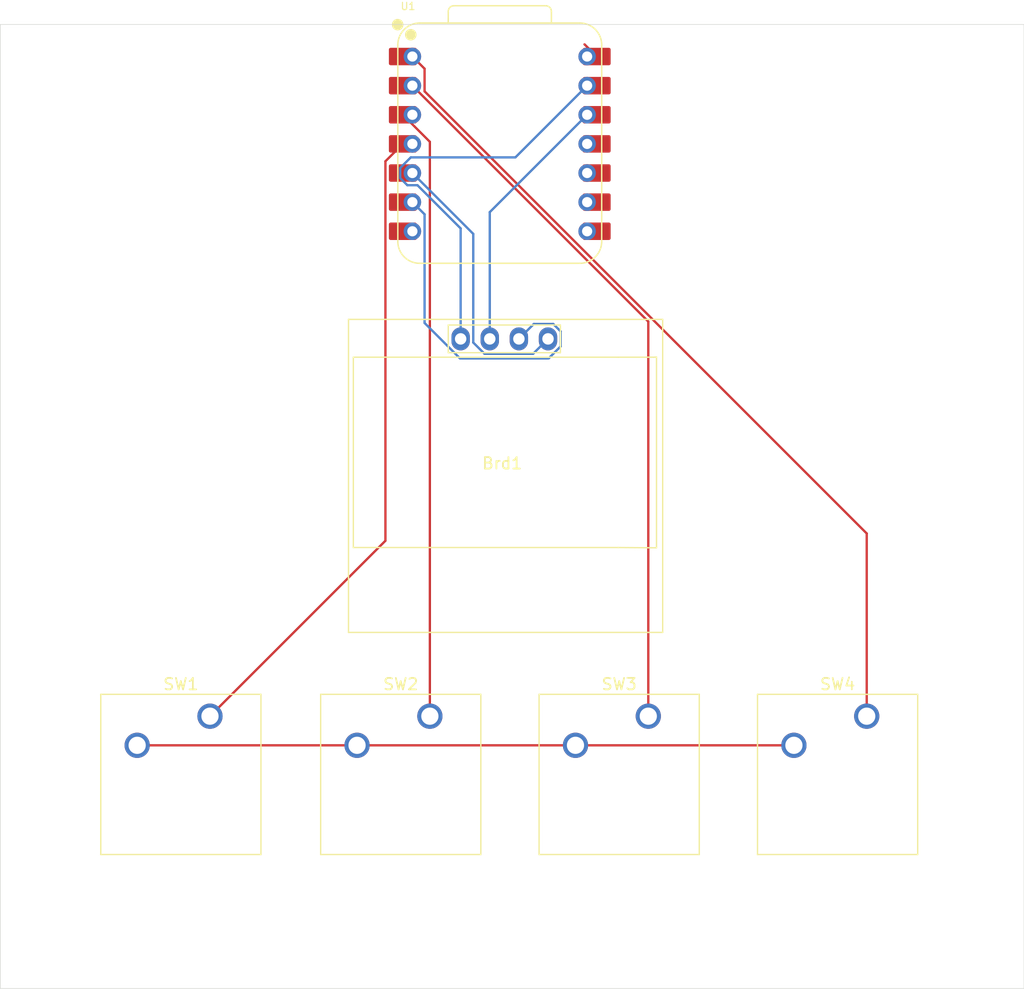
<source format=kicad_pcb>
(kicad_pcb (version 20241229) (generator "pcbnew") (generator_version "9.0")
  (layers (0 "F.Cu" signal) (2 "B.Cu" signal) (13 "F.Paste" user) (15 "B.Paste" user) (5 "F.SilkS" user "F.Silkscreen") (7 "B.SilkS" user "B.Silkscreen") (1 "F.Mask" user) (3 "B.Mask" user) (25 "Edge.Cuts" user))
  (net 0 "")
  (net 1 "Net-(Brd1-SDA)")
  (net 2 "Net-(Brd1-SCL)")
  (net 3 "Net-(Brd1-VCC)")
  (net 4 "Net-(Brd1-GND)")
  (net 9 "+5V")
  (net 10 "Net-(U1-GPIO3{slash}D2{slash}A2)")
  (net 11 "Net-(U1-GPIO1{slash}D0{slash}A0)")
  (net 12 "Net-(U1-GPIO2{slash}DA{slash}A1)")
  (net 13 "Net-(U1-GPIO4{slash}D3{slash}A3)")
  (net 14 "GND")
  (net 15 "Net-(D1-DIN)")
  (footprint "Button_Switch_Keyboard:SW_Cherry_MX_1.00u_PCB" (layer "F.Cu") (at 139.446 102.997)
    (property "Reference" "SW2" (at -2.54 -2.794 0) (layer "F.SilkS"))
    (property "Value" "SW_Push")
    (fp_line (start -9.525 -1.905) (end 4.445 -1.905) (stroke (width 0.12)) (layer "F.SilkS"))
    (fp_line (start -9.525 12.065) (end -9.525 -1.905) (stroke (width 0.12)) (layer "F.SilkS"))
    (fp_line (start 4.445 -1.905) (end 4.445 12.065) (stroke (width 0.12)) (layer "F.SilkS"))
    (fp_line (start 4.445 12.065) (end -9.525 12.065) (stroke (width 0.12)) (layer "F.SilkS"))
    (pad "" np_thru_hole circle (at -7.62 5.08) (size 1.7 1.7) (drill 1.7) (layers "*.Cu" "*.Mask"))
    (pad "" np_thru_hole circle (at -2.54 5.08) (size 4 4) (drill 4) (layers "*.Cu" "*.Mask"))
    (pad "" np_thru_hole circle (at 2.54 5.08) (size 1.7 1.7) (drill 1.7) (layers "*.Cu" "*.Mask"))
    (pad "1" thru_hole circle (at 0 0) (size 2.2 2.2) (drill 1.5) (layers "*.Cu" "*.Mask") (net 10 "Net-(U1-GPIO3{slash}D2{slash}A2)"))
    (pad "2" thru_hole circle (at -6.35 2.54) (size 2.2 2.2) (drill 1.5) (layers "*.Cu" "*.Mask") (net 14 "GND"))
  )
  (footprint "Seeed Studio XIAO Series Library:XIAO-ESP32S3-DIP" (layer "F.Cu") (at 145.542 53.086)
    (property "Reference" "U1" (at -8 -12 0) (layer "F.SilkS") (effects (font (size 0.635 0.635) (thickness 0.1016))))
    (property "Value" "XIAO-ESP32-S3-DIP")
    (fp_line (start -8.89 8.509) (end -8.89 -8.636) (stroke (width 0.127)) (layer "F.SilkS"))
    (fp_line (start -6.985 10.414) (end 6.985 10.414) (stroke (width 0.127)) (layer "F.SilkS"))
    (fp_line (start -4.495 -10.541) (end -4.491272 -11.551272) (stroke (width 0.127)) (layer "F.SilkS"))
    (fp_line (start -3.991272 -12.051) (end 4.004 -12.051) (stroke (width 0.127)) (layer "F.SilkS"))
    (fp_line (start 4.504 -11.551) (end 4.504 -10.541) (stroke (width 0.127)) (layer "F.SilkS"))
    (fp_line (start 6.985 -10.541) (end -6.985 -10.541) (stroke (width 0.1)) (layer "F.SilkS"))
    (fp_line (start 6.985 -10.541) (end -6.985 -10.541) (stroke (width 0.127)) (layer "F.SilkS"))
    (fp_line (start 8.89 8.509) (end 8.89 -8.636) (stroke (width 0.127)) (layer "F.SilkS"))
    (fp_arc (start -8.89 -8.636) (mid -8.332038 -9.983038) (end -6.985 -10.541) (stroke (width 0.127)) (layer "F.SilkS"))
    (fp_arc (start -6.985 10.414) (mid -8.332038 9.856038) (end -8.89 8.509) (stroke (width 0.127)) (layer "F.SilkS"))
    (fp_arc (start -4.491272 -11.551272) (mid -4.344728 -11.90464) (end -3.991272 -12.051) (stroke (width 0.127)) (layer "F.SilkS"))
    (fp_arc (start 4.004 -12.051) (mid 4.357553 -11.904553) (end 4.504 -11.551) (stroke (width 0.127)) (layer "F.SilkS"))
    (fp_arc (start 6.985 -10.541) (mid 8.332038 -9.983038) (end 8.89 -8.636) (stroke (width 0.127)) (layer "F.SilkS"))
    (fp_arc (start 8.89 8.509) (mid 8.332038 9.856038) (end 6.985 10.414) (stroke (width 0.127)) (layer "F.SilkS"))
    (fp_circle (center -8.904 -10.4) (end -8.904 -10.654) (stroke (width 0.5)) (fill yes) (layer "F.SilkS"))
    (fp_circle (center -7.761 -9.52) (end -7.761 -9.774) (stroke (width 0.5)) (fill yes) (layer "F.SilkS"))
    (pad "1" smd roundrect (at -8.455 -7.62 180) (size 2.432 1.524) (layers "F.Cu" "F.Mask") (roundrect_rratio 0.1) (net 11 "Net-(U1-GPIO1{slash}D0{slash}A0)"))
    (pad "1" thru_hole circle (at -7.62 -7.62 180) (size 1.524 1.524) (drill 0.889) (layers "*.Cu" "*.Mask") (net 11 "Net-(U1-GPIO1{slash}D0{slash}A0)"))
    (pad "2" smd roundrect (at -8.455 -5.08 180) (size 2.432 1.524) (layers "F.Cu" "F.Mask") (roundrect_rratio 0.1) (net 12 "Net-(U1-GPIO2{slash}DA{slash}A1)"))
    (pad "2" thru_hole circle (at -7.62 -5.08 180) (size 1.524 1.524) (drill 0.889) (layers "*.Cu" "*.Mask") (net 12 "Net-(U1-GPIO2{slash}DA{slash}A1)"))
    (pad "3" smd roundrect (at -8.455 -2.54 180) (size 2.432 1.524) (layers "F.Cu" "F.Mask") (roundrect_rratio 0.1) (net 10 "Net-(U1-GPIO3{slash}D2{slash}A2)"))
    (pad "3" thru_hole circle (at -7.62 -2.54 180) (size 1.524 1.524) (drill 0.889) (layers "*.Cu" "*.Mask") (net 10 "Net-(U1-GPIO3{slash}D2{slash}A2)"))
    (pad "4" smd roundrect (at -8.455 0 180) (size 2.432 1.524) (layers "F.Cu" "F.Mask") (roundrect_rratio 0.1) (net 13 "Net-(U1-GPIO4{slash}D3{slash}A3)"))
    (pad "4" thru_hole circle (at -7.62 0 180) (size 1.524 1.524) (drill 0.889) (layers "*.Cu" "*.Mask") (net 13 "Net-(U1-GPIO4{slash}D3{slash}A3)"))
    (pad "5" smd roundrect (at -8.455 2.54 180) (size 2.432 1.524) (layers "F.Cu" "F.Mask") (roundrect_rratio 0.1) (net 1 "Net-(Brd1-SDA)"))
    (pad "5" thru_hole circle (at -7.62 2.54 180) (size 1.524 1.524) (drill 0.889) (layers "*.Cu" "*.Mask") (net 1 "Net-(Brd1-SDA)"))
    (pad "6" smd roundrect (at -8.455 5.08 180) (size 2.432 1.524) (layers "F.Cu" "F.Mask") (roundrect_rratio 0.1) (net 2 "Net-(Brd1-SCL)"))
    (pad "6" thru_hole circle (at -7.62 5.08 180) (size 1.524 1.524) (drill 0.889) (layers "*.Cu" "*.Mask") (net 2 "Net-(Brd1-SCL)"))
    (pad "7" smd roundrect (at -8.455 7.62 180) (size 2.432 1.524) (layers "F.Cu" "F.Mask") (roundrect_rratio 0.1))
    (pad "7" thru_hole circle (at -7.62 7.62 180) (size 1.524 1.524) (drill 0.889) (layers "*.Cu" "*.Mask"))
    (pad "8" thru_hole circle (at 7.62 7.62) (size 1.524 1.524) (drill 0.889) (layers "*.Cu" "*.Mask"))
    (pad "8" smd roundrect (at 8.455 7.62) (size 2.432 1.524) (layers "F.Cu" "F.Mask") (roundrect_rratio 0.1))
    (pad "9" thru_hole circle (at 7.62 5.08) (size 1.524 1.524) (drill 0.889) (layers "*.Cu" "*.Mask"))
    (pad "9" smd roundrect (at 8.455 5.08) (size 2.432 1.524) (layers "F.Cu" "F.Mask") (roundrect_rratio 0.1))
    (pad "10" thru_hole circle (at 7.62 2.54) (size 1.524 1.524) (drill 0.889) (layers "*.Cu" "*.Mask"))
    (pad "10" smd roundrect (at 8.455 2.54) (size 2.432 1.524) (layers "F.Cu" "F.Mask") (roundrect_rratio 0.1))
    (pad "11" thru_hole circle (at 7.62 0) (size 1.524 1.524) (drill 0.889) (layers "*.Cu" "*.Mask") (net 15 "Net-(D1-DIN)"))
    (pad "11" smd roundrect (at 8.455 0) (size 2.432 1.524) (layers "F.Cu" "F.Mask") (roundrect_rratio 0.1) (net 15 "Net-(D1-DIN)"))
    (pad "12" thru_hole circle (at 7.62 -2.54) (size 1.524 1.524) (drill 0.889) (layers "*.Cu" "*.Mask") (net 3 "Net-(Brd1-VCC)"))
    (pad "12" smd roundrect (at 8.455 -2.54) (size 2.432 1.524) (layers "F.Cu" "F.Mask") (roundrect_rratio 0.1) (net 3 "Net-(Brd1-VCC)"))
    (pad "13" thru_hole circle (at 7.62 -5.08) (size 1.524 1.524) (drill 0.889) (layers "*.Cu" "*.Mask") (net 4 "Net-(Brd1-GND)"))
    (pad "13" smd roundrect (at 8.455 -5.08) (size 2.432 1.524) (layers "F.Cu" "F.Mask") (roundrect_rratio 0.1) (net 4 "Net-(Brd1-GND)"))
    (pad "14" thru_hole circle (at 7.62 -7.62) (size 1.524 1.524) (drill 0.889) (layers "*.Cu" "*.Mask") (net 9 "+5V"))
    (pad "14" smd roundrect (at 8.455 -7.62) (size 2.432 1.524) (layers "F.Cu" "F.Mask") (roundrect_rratio 0.1) (net 9 "+5V"))
  )
  (footprint "Button_Switch_Keyboard:SW_Cherry_MX_1.00u_PCB" (layer "F.Cu") (at 177.546 102.997)
    (property "Reference" "SW4" (at -2.54 -2.794 0) (layer "F.SilkS"))
    (property "Value" "SW_Push")
    (fp_line (start -9.525 -1.905) (end 4.445 -1.905) (stroke (width 0.12)) (layer "F.SilkS"))
    (fp_line (start -9.525 12.065) (end -9.525 -1.905) (stroke (width 0.12)) (layer "F.SilkS"))
    (fp_line (start 4.445 -1.905) (end 4.445 12.065) (stroke (width 0.12)) (layer "F.SilkS"))
    (fp_line (start 4.445 12.065) (end -9.525 12.065) (stroke (width 0.12)) (layer "F.SilkS"))
    (pad "" np_thru_hole circle (at -7.62 5.08) (size 1.7 1.7) (drill 1.7) (layers "*.Cu" "*.Mask"))
    (pad "" np_thru_hole circle (at -2.54 5.08) (size 4 4) (drill 4) (layers "*.Cu" "*.Mask"))
    (pad "" np_thru_hole circle (at 2.54 5.08) (size 1.7 1.7) (drill 1.7) (layers "*.Cu" "*.Mask"))
    (pad "1" thru_hole circle (at 0 0) (size 2.2 2.2) (drill 1.5) (layers "*.Cu" "*.Mask") (net 11 "Net-(U1-GPIO1{slash}D0{slash}A0)"))
    (pad "2" thru_hole circle (at -6.35 2.54) (size 2.2 2.2) (drill 1.5) (layers "*.Cu" "*.Mask") (net 14 "GND"))
  )
  (footprint "Button_Switch_Keyboard:SW_Cherry_MX_1.00u_PCB" (layer "F.Cu") (at 158.496 102.997)
    (property "Reference" "SW3" (at -2.54 -2.794 0) (layer "F.SilkS"))
    (property "Value" "SW_Push")
    (fp_line (start -9.525 -1.905) (end 4.445 -1.905) (stroke (width 0.12)) (layer "F.SilkS"))
    (fp_line (start -9.525 12.065) (end -9.525 -1.905) (stroke (width 0.12)) (layer "F.SilkS"))
    (fp_line (start 4.445 -1.905) (end 4.445 12.065) (stroke (width 0.12)) (layer "F.SilkS"))
    (fp_line (start 4.445 12.065) (end -9.525 12.065) (stroke (width 0.12)) (layer "F.SilkS"))
    (pad "" np_thru_hole circle (at -7.62 5.08) (size 1.7 1.7) (drill 1.7) (layers "*.Cu" "*.Mask"))
    (pad "" np_thru_hole circle (at -2.54 5.08) (size 4 4) (drill 4) (layers "*.Cu" "*.Mask"))
    (pad "" np_thru_hole circle (at 2.54 5.08) (size 1.7 1.7) (drill 1.7) (layers "*.Cu" "*.Mask"))
    (pad "1" thru_hole circle (at 0 0) (size 2.2 2.2) (drill 1.5) (layers "*.Cu" "*.Mask") (net 12 "Net-(U1-GPIO2{slash}DA{slash}A1)"))
    (pad "2" thru_hole circle (at -6.35 2.54) (size 2.2 2.2) (drill 1.5) (layers "*.Cu" "*.Mask") (net 14 "GND"))
  )
  (footprint "SSD1306:128x64OLED" (layer "F.Cu") (at 145.75 80.692)
    (property "Reference" "Brd1" (at 0 0.254 0) (layer "F.SilkS"))
    (property "Value" "SSD1306")
    (fp_line (start -13.4 -12.3) (end 14 -12.3) (stroke (width 0.12)) (layer "F.SilkS"))
    (fp_line (start -13.4 15) (end -13.4 -12.3) (stroke (width 0.12)) (layer "F.SilkS"))
    (fp_line (start -12.978 -9.005) (end 10.122 -9.005) (stroke (width 0.12)) (layer "F.SilkS"))
    (fp_line (start -12.978 7.595) (end -12.978 -9.005) (stroke (width 0.12)) (layer "F.SilkS"))
    (fp_line (start -4.699 -11.811) (end -4.699 -9.398) (stroke (width 0.12)) (layer "F.SilkS"))
    (fp_line (start -4.699 -11.811) (end 5.08 -11.811) (stroke (width 0.12)) (layer "F.SilkS"))
    (fp_line (start 5.08 -11.811) (end 5.08 -9.398) (stroke (width 0.12)) (layer "F.SilkS"))
    (fp_line (start 5.08 -9.398) (end -4.699 -9.398) (stroke (width 0.12)) (layer "F.SilkS"))
    (fp_line (start 10.122 -9.005) (end 13.208 -9.005) (stroke (width 0.12)) (layer "F.SilkS"))
    (fp_line (start 10.122 7.595) (end -12.978 7.595) (stroke (width 0.12)) (layer "F.SilkS"))
    (fp_line (start 10.122 7.595) (end 13.462 7.62) (stroke (width 0.12)) (layer "F.SilkS"))
    (fp_line (start 13.462 -9.017) (end 13.208 -9.005) (stroke (width 0.12)) (layer "F.SilkS"))
    (fp_line (start 13.462 7.62) (end 13.462 -9.017) (stroke (width 0.12)) (layer "F.SilkS"))
    (fp_line (start 14 -12.3) (end 14 15) (stroke (width 0.12)) (layer "F.SilkS"))
    (fp_line (start 14 15) (end -13.4 15) (stroke (width 0.12)) (layer "F.SilkS"))
    (pad "1" thru_hole oval (at -3.62 -10.6 90) (size 2 1.6) (drill 1) (layers "*.Cu" "*.Mask") (net 4 "Net-(Brd1-GND)"))
    (pad "2" thru_hole oval (at -1.08 -10.6 90) (size 2 1.6) (drill 1) (layers "*.Cu" "*.Mask") (net 3 "Net-(Brd1-VCC)"))
    (pad "3" thru_hole oval (at 1.46 -10.6 90) (size 2 1.6) (drill 1) (layers "*.Cu" "*.Mask") (net 2 "Net-(Brd1-SCL)"))
    (pad "4" thru_hole oval (at 4 -10.6 90) (size 2 1.6) (drill 1) (layers "*.Cu" "*.Mask") (net 1 "Net-(Brd1-SDA)"))
  )
  (footprint "Button_Switch_Keyboard:SW_Cherry_MX_1.00u_PCB" (layer "F.Cu") (at 120.269 102.997)
    (property "Reference" "SW1" (at -2.54 -2.794 0) (layer "F.SilkS"))
    (property "Value" "SW_Push")
    (fp_line (start -9.525 -1.905) (end 4.445 -1.905) (stroke (width 0.12)) (layer "F.SilkS"))
    (fp_line (start -9.525 12.065) (end -9.525 -1.905) (stroke (width 0.12)) (layer "F.SilkS"))
    (fp_line (start 4.445 -1.905) (end 4.445 12.065) (stroke (width 0.12)) (layer "F.SilkS"))
    (fp_line (start 4.445 12.065) (end -9.525 12.065) (stroke (width 0.12)) (layer "F.SilkS"))
    (pad "" np_thru_hole circle (at -7.62 5.08) (size 1.7 1.7) (drill 1.7) (layers "*.Cu" "*.Mask"))
    (pad "" np_thru_hole circle (at -2.54 5.08) (size 4 4) (drill 4) (layers "*.Cu" "*.Mask"))
    (pad "" np_thru_hole circle (at 2.54 5.08) (size 1.7 1.7) (drill 1.7) (layers "*.Cu" "*.Mask"))
    (pad "1" thru_hole circle (at 0 0) (size 2.2 2.2) (drill 1.5) (layers "*.Cu" "*.Mask") (net 13 "Net-(U1-GPIO4{slash}D3{slash}A3)"))
    (pad "2" thru_hole circle (at -6.35 2.54) (size 2.2 2.2) (drill 1.5) (layers "*.Cu" "*.Mask") (net 14 "GND"))
  )
  (gr_rect (start 101.981 42.672) (end 191.262 126.746) (stroke (width 0.05)) (fill no) (layer "Edge.Cuts"))
  (segment (start 148.449 71.393) (end 144.213951 71.393) (width 0.2) (layer "B.Cu") (net 1))
  (segment (start 144.213951 71.393) (end 143.231 70.410049) (width 0.2) (layer "B.Cu") (net 1))
  (segment (start 149.75 70.092) (end 148.449 71.393) (width 0.2) (layer "B.Cu") (net 1))
  (segment (start 143.231 70.410049) (end 143.231 60.935) (width 0.2) (layer "B.Cu") (net 1))
  (segment (start 143.231 60.935) (end 137.922 55.626) (width 0.2) (layer "B.Cu") (net 1))
  (segment (start 148.511 68.791) (end 150.206049 68.791) (width 0.2) (layer "B.Cu") (net 2))
  (segment (start 138.985 59.229) (end 137.922 58.166) (width 0.2) (layer "B.Cu") (net 2))
  (segment (start 149.805049 71.794) (end 142.074951 71.794) (width 0.2) (layer "B.Cu") (net 2))
  (segment (start 138.985 68.704049) (end 138.985 59.229) (width 0.2) (layer "B.Cu") (net 2))
  (segment (start 147.21 70.092) (end 148.511 68.791) (width 0.2) (layer "B.Cu") (net 2))
  (segment (start 150.206049 68.791) (end 150.851 69.435951) (width 0.2) (layer "B.Cu") (net 2))
  (segment (start 150.851 69.435951) (end 150.851 70.748049) (width 0.2) (layer "B.Cu") (net 2))
  (segment (start 150.851 70.748049) (end 149.805049 71.794) (width 0.2) (layer "B.Cu") (net 2))
  (segment (start 142.074951 71.794) (end 138.985 68.704049) (width 0.2) (layer "B.Cu") (net 2))
  (segment (start 144.67 59.038) (end 153.162 50.546) (width 0.2) (layer "B.Cu") (net 3))
  (segment (start 144.67 70.092) (end 144.67 59.038) (width 0.2) (layer "B.Cu") (net 3))
  (segment (start 142.13 60.45669) (end 138.36231 56.689) (width 0.2) (layer "B.Cu") (net 4))
  (segment (start 142.13 70.092) (end 142.13 60.45669) (width 0.2) (layer "B.Cu") (net 4))
  (segment (start 136.859 55.18569) (end 137.78174 54.26295) (width 0.2) (layer "B.Cu") (net 4))
  (segment (start 136.859 56.06631) (end 136.859 55.18569) (width 0.2) (layer "B.Cu") (net 4))
  (segment (start 137.48169 56.689) (end 136.859 56.06631) (width 0.2) (layer "B.Cu") (net 4))
  (segment (start 137.78174 54.26295) (end 146.90505 54.26295) (width 0.2) (layer "B.Cu") (net 4))
  (segment (start 146.90505 54.26295) (end 153.162 48.006) (width 0.2) (layer "B.Cu") (net 4))
  (segment (start 138.36231 56.689) (end 137.48169 56.689) (width 0.2) (layer "B.Cu") (net 4))
  (segment (start 152.934 44.403) (end 153.997 45.466) (width 0.2) (layer "F.Cu") (net 9))
  (segment (start 139.446 102.997) (end 139.446 52.905) (width 0.2) (layer "F.Cu") (net 10))
  (segment (start 139.446 52.905) (end 137.087 50.546) (width 0.2) (layer "F.Cu") (net 10))
  (segment (start 177.546 87.0629) (end 177.546 102.997) (width 0.2) (layer "F.Cu") (net 11))
  (segment (start 138.985 48.5019) (end 177.546 87.0629) (width 0.2) (layer "F.Cu") (net 11))
  (segment (start 137.922 45.466) (end 138.985 46.529) (width 0.2) (layer "F.Cu") (net 11))
  (segment (start 138.985 46.529) (end 138.985 48.5019) (width 0.2) (layer "F.Cu") (net 11))
  (segment (start 158.496 102.997) (end 158.496 68.58) (width 0.2) (layer "F.Cu") (net 12))
  (segment (start 158.496 68.58) (end 137.922 48.006) (width 0.2) (layer "F.Cu") (net 12))
  (segment (start 135.57 54.603) (end 137.087 53.086) (width 0.2) (layer "F.Cu") (net 13))
  (segment (start 135.57 87.696) (end 135.57 54.603) (width 0.2) (layer "F.Cu") (net 13))
  (segment (start 120.269 102.997) (end 135.57 87.696) (width 0.2) (layer "F.Cu") (net 13))
  (segment (start 113.919 105.537) (end 171.196 105.537) (width 0.2) (layer "F.Cu") (net 14))
)
</source>
